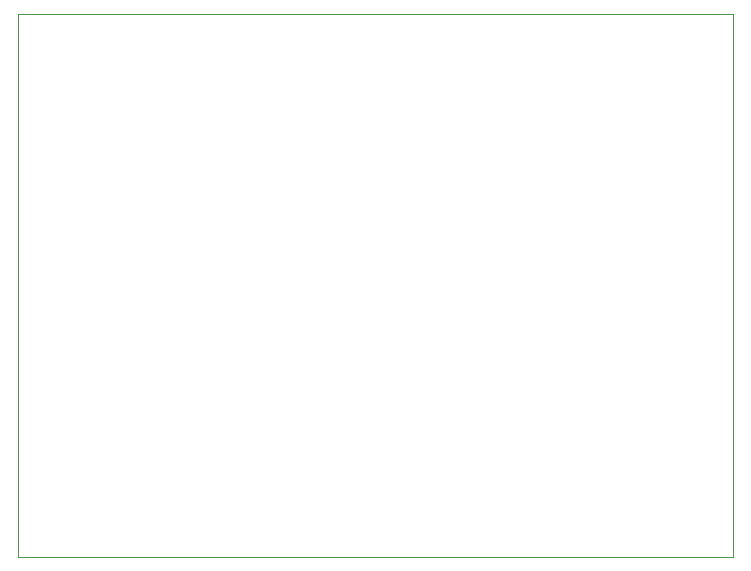
<source format=gbr>
%TF.GenerationSoftware,KiCad,Pcbnew,5.1.8-db9833491~88~ubuntu20.04.1*%
%TF.CreationDate,2021-01-09T17:29:30-05:00*%
%TF.ProjectId,julia_v2.1.0.0,6a756c69-615f-4763-922e-312e302e302e,rev?*%
%TF.SameCoordinates,Original*%
%TF.FileFunction,Profile,NP*%
%FSLAX46Y46*%
G04 Gerber Fmt 4.6, Leading zero omitted, Abs format (unit mm)*
G04 Created by KiCad (PCBNEW 5.1.8-db9833491~88~ubuntu20.04.1) date 2021-01-09 17:29:30*
%MOMM*%
%LPD*%
G01*
G04 APERTURE LIST*
%TA.AperFunction,Profile*%
%ADD10C,0.050000*%
%TD*%
G04 APERTURE END LIST*
D10*
X138900000Y-132800000D02*
X78400000Y-132800000D01*
X138900000Y-86800000D02*
X138900000Y-132800000D01*
X78400000Y-86800000D02*
X138900000Y-86800000D01*
X78400000Y-132800000D02*
X78400000Y-86800000D01*
M02*

</source>
